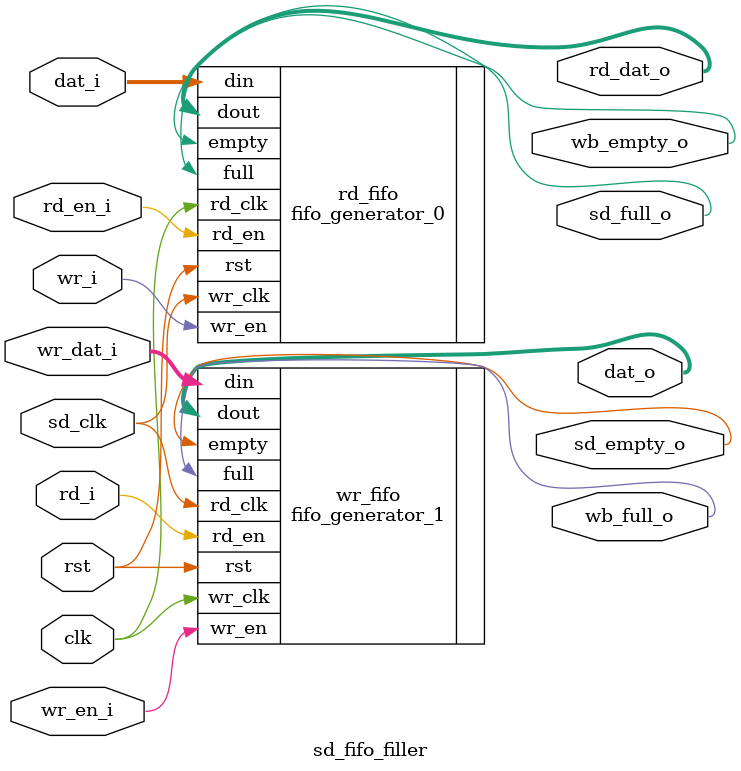
<source format=v>

module sd_fifo_filler(
           input clk,
           input rst,

           output [7:0] rd_dat_o,
           input rd_en_i,

           input [7:0] wr_dat_i,
           input wr_en_i,

           //Data Serial signals
           input sd_clk,
           input [7:0] dat_i,
           output [7:0] dat_o,
           input wr_i,
           input rd_i,
           output sd_full_o,
           output sd_empty_o,
           output wb_full_o,
           output wb_empty_o
       );

`define FIFO_MEM_ADR_SIZE 11
`define MEM_OFFSET 4

wire fifo_rd;
reg fifo_rd_ack;
reg fifo_rd_reg;

`define VIVADO

//assign fifo_rd = wbm_cyc_o & wbm_ack_i;
//assign reset_fifo = !en_rx_i & !en_tx_i;

//assign wbm_we_o = en_rx_i & !wb_empty_o;
//assign wbm_cyc_o = en_rx_i ? en_rx_i & !wb_empty_o : en_tx_i & !wb_full_o;
//assign wbm_stb_o = en_rx_i ? wbm_cyc_o & fifo_rd_ack : wbm_cyc_o;

`ifndef VIVADO
    generic_fifo_dc_gray #(
        .dw(8), 
        .aw(`FIFO_MEM_ADR_SIZE)
        ) generic_fifo_dc_gray0 (
        .rd_clk(clk),
        .wr_clk(sd_clk), 
        .rst(!rst), 
        .clr(1'b0), 
        .din(dat_i), 
        .we(wr_i),
        .dout(rd_dat_o), 
        .re(rd_en_i),
        .full(sd_full_o), 
        .empty(wb_empty_o), 
        .wr_level(), 
        .rd_level() 
    );
    generic_fifo_dc_gray #(
        .dw(8), 
        .aw(`FIFO_MEM_ADR_SIZE)
        ) generic_fifo_dc_gray1 (
        .rd_clk(sd_clk),
        .wr_clk(clk), 
        .rst(!rst), 
        .clr(1'b0), 
        .din(wr_dat_i), 
        .we(wr_en_i),
        .dout(dat_o), 
        .re(rd_i), 
        .full(wb_full_o), 
        .empty(sd_empty_o), 
        .wr_level(), 
        .rd_level() 
    );
`else
    fifo_generator_0 rd_fifo(
        .rd_clk(clk),
        .wr_clk(sd_clk), 
        .rst(rst), 
        .din(dat_i), 
        .wr_en(wr_i),
        .dout(rd_dat_o), 
        .rd_en(rd_en_i),
        .full(sd_full_o), 
        .empty(wb_empty_o)
    );
    fifo_generator_1 wr_fifo(
        .rd_clk(sd_clk),
        .wr_clk(clk), 
        .rst(rst), 
        .din(wr_dat_i), 
        .wr_en(wr_en_i),
        .dout(dat_o), 
        .rd_en(rd_i), 
        .full(wb_full_o), 
        .empty(sd_empty_o)
    );
`endif

/*
always @(posedge clk or posedge rst)
    if (rst) begin
        wbm_adr_o <= 0;
        fifo_rd_reg <= 0;
        fifo_rd_ack <= 1;
    end
    else begin
        fifo_rd_reg <= fifo_rd;
        fifo_rd_ack <= fifo_rd_reg | !fifo_rd;
        if (wbm_cyc_o & wbm_stb_o & wbm_ack_i)
            wbm_adr_o <= wbm_adr_o + `MEM_OFFSET;
        else if (reset_fifo)
            wbm_adr_o <= adr_i;
    end
*/
endmodule



</source>
